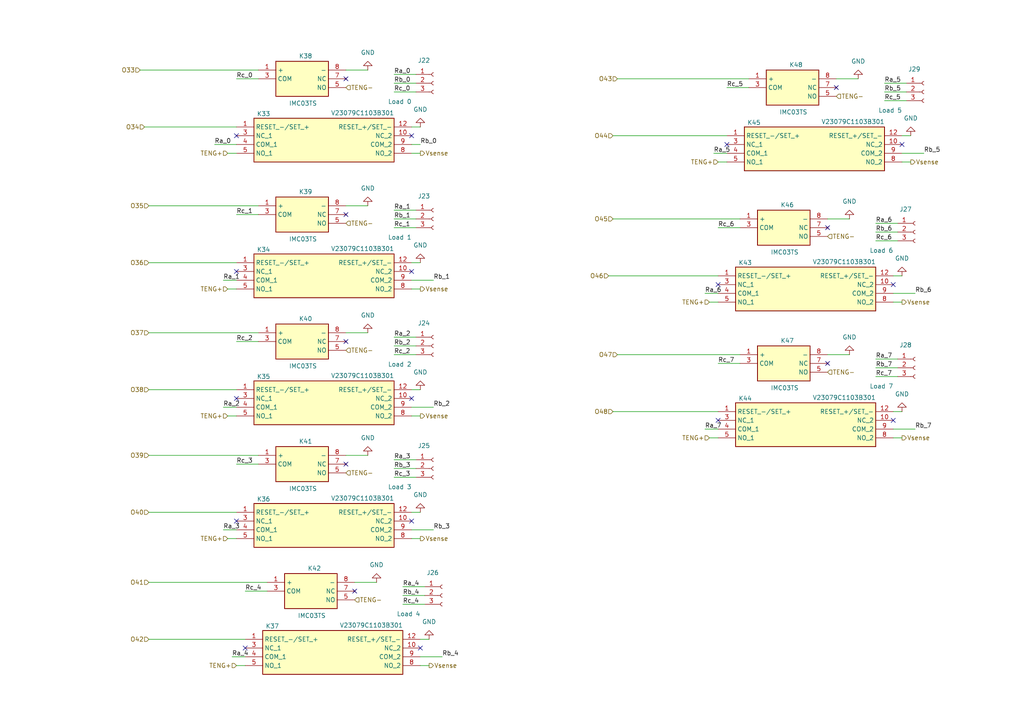
<source format=kicad_sch>
(kicad_sch (version 20231120) (generator "eeschema") (generator_version "8.0")
  (paper "A4")
  (lib_symbols
    (symbol "Connector:Conn_01x03_Socket" (pin_names (offset 1.016) hide)
      (property "Reference" "J" (at 0 5.08 0))
      (property "Value" "Conn_01x03_Socket" (at 0 -5.08 0))
      (symbol "Conn_01x03_Socket_1_1"
        (arc (start 0 -2.032) (mid -0.5058 -2.54) (end 0 -3.048) (stroke (width 0.1524)))
        (polyline (pts (xy -1.27 -2.54) (xy -0.508 -2.54)) (stroke (width 0.1524)))
        (polyline (pts (xy -1.27 0) (xy -0.508 0)) (stroke (width 0.1524)))
        (polyline (pts (xy -1.27 2.54) (xy -0.508 2.54)) (stroke (width 0.1524)))
        (arc (start 0 0.508) (mid -0.5058 0) (end 0 -0.508) (stroke (width 0.1524)))
        (arc (start 0 3.048) (mid -0.5058 2.54) (end 0 2.032) (stroke (width 0.1524)))
        (pin passive line (at -5.08 2.54 0) (length 3.81) (name "Pin_1") (number "1"))
        (pin passive line (at -5.08 0 0) (length 3.81) (name "Pin_2") (number "2"))
        (pin passive line (at -5.08 -2.54 0) (length 3.81) (name "Pin_3") (number "3"))
      )
    )
    (symbol "SamacSys_Parts:IMC03TS"
      (property "Reference" "K" (at 21.59 7.62 0))
      (property "Value" "IMC03TS" (at 21.59 5.08 0))
      (symbol "IMC03TS_1_1"
        (rectangle (start 5.08 2.54) (end 20.32 -7.62) (stroke (width 0.254)) (fill (type background)))
        (pin passive line (at 0 0 0) (length 5.08) (name "+") (number "1"))
        (pin passive line (at 0 -2.54 0) (length 5.08) (name "COM") (number "3"))
        (pin passive line (at 25.4 -5.08 180) (length 5.08) (name "NO") (number "5"))
        (pin no_connect line (at 25.4 -2.54 180) (length 5.08) (name "NC") (number "7"))
        (pin passive line (at 25.4 0 180) (length 5.08) (name "-") (number "8"))
      )
    )
    (symbol "SamacSys_Parts:V23079C1103B301"
      (property "Reference" "K" (at 46.99 7.62 0))
      (property "Value" "V23079C1103B301" (at 46.99 5.08 0))
      (symbol "V23079C1103B301_1_1"
        (rectangle (start 5.08 2.54) (end 45.72 -10.16) (stroke (width 0.254)) (fill (type background)))
        (pin passive line (at 0 0 0) (length 5.08) (name "RESET_-/SET_+") (number "1"))
        (pin passive line (at 50.8 -2.54 180) (length 5.08) (name "NC_2") (number "10"))
        (pin passive line (at 50.8 0 180) (length 5.08) (name "RESET_+/SET_-") (number "12"))
        (pin passive line (at 0 -2.54 0) (length 5.08) (name "NC_1") (number "3"))
        (pin passive line (at 0 -5.08 0) (length 5.08) (name "COM_1") (number "4"))
        (pin passive line (at 0 -7.62 0) (length 5.08) (name "NO_1") (number "5"))
        (pin passive line (at 50.8 -7.62 180) (length 5.08) (name "NO_2") (number "8"))
        (pin passive line (at 50.8 -5.08 180) (length 5.08) (name "COM_2") (number "9"))
      )
    )
    (symbol "power:GND" (power) (pin_numbers hide) (pin_names (offset 0) hide)
      (property "Value" "GND" (at 0 -3.81 0))
      (symbol "GND_0_1"
        (polyline (pts (xy 0 0) (xy 0 -1.27) (xy 1.27 -1.27) (xy 0 -2.54) (xy -1.27 -1.27) (xy 0 -1.27)))
      )
      (symbol "GND_1_1"
        (pin power_in line (at 0 0 270) (length 0) (name "~") (number "1"))
      )
    )
  )
  (no_connect (at 208.28 82.55))
  (no_connect (at 102.87 171.45))
  (no_connect (at 121.92 187.96))
  (no_connect (at 119.38 115.57))
  (no_connect (at 68.58 78.74))
  (no_connect (at 242.57 25.4))
  (no_connect (at 119.38 151.13))
  (no_connect (at 100.33 134.62))
  (no_connect (at 68.58 39.37))
  (no_connect (at 100.33 22.86))
  (no_connect (at 259.08 82.55))
  (no_connect (at 71.12 187.96))
  (no_connect (at 259.08 121.92))
  (no_connect (at 208.28 121.92))
  (no_connect (at 100.33 62.23))
  (no_connect (at 240.03 66.04))
  (no_connect (at 68.58 115.57))
  (no_connect (at 210.82 41.91))
  (no_connect (at 240.03 105.41))
  (no_connect (at 119.38 78.74))
  (no_connect (at 261.62 41.91))
  (no_connect (at 68.58 151.13))
  (no_connect (at 100.33 99.06))
  (no_connect (at 119.38 39.37))
  (wire (pts (xy 66.04 44.45) (xy 68.58 44.45)))
  (wire (pts (xy 106.68 59.69) (xy 100.33 59.69)))
  (wire (pts (xy 208.28 105.41) (xy 214.63 105.41)))
  (wire (pts (xy 246.38 102.87) (xy 240.03 102.87)))
  (wire (pts (xy 121.92 76.2) (xy 119.38 76.2)))
  (wire (pts (xy 119.38 81.28) (xy 125.73 81.28)))
  (wire (pts (xy 254 67.31) (xy 260.35 67.31)))
  (wire (pts (xy 114.3 102.87) (xy 120.65 102.87)))
  (wire (pts (xy 254 106.68) (xy 260.35 106.68)))
  (wire (pts (xy 64.77 118.11) (xy 68.58 118.11)))
  (wire (pts (xy 121.92 156.21) (xy 119.38 156.21)))
  (wire (pts (xy 246.38 63.5) (xy 240.03 63.5)))
  (wire (pts (xy 114.3 135.89) (xy 120.65 135.89)))
  (wire (pts (xy 124.46 193.04) (xy 121.92 193.04)))
  (wire (pts (xy 66.04 120.65) (xy 68.58 120.65)))
  (wire (pts (xy 179.07 22.86) (xy 217.17 22.86)))
  (wire (pts (xy 43.18 148.59) (xy 68.58 148.59)))
  (wire (pts (xy 114.3 97.79) (xy 120.65 97.79)))
  (wire (pts (xy 254 109.22) (xy 260.35 109.22)))
  (wire (pts (xy 119.38 118.11) (xy 125.73 118.11)))
  (wire (pts (xy 208.28 46.99) (xy 210.82 46.99)))
  (wire (pts (xy 248.92 22.86) (xy 242.57 22.86)))
  (wire (pts (xy 114.3 100.33) (xy 120.65 100.33)))
  (wire (pts (xy 43.18 59.69) (xy 74.93 59.69)))
  (wire (pts (xy 204.47 85.09) (xy 208.28 85.09)))
  (wire (pts (xy 177.8 119.38) (xy 208.28 119.38)))
  (wire (pts (xy 114.3 60.96) (xy 120.65 60.96)))
  (wire (pts (xy 121.92 120.65) (xy 119.38 120.65)))
  (wire (pts (xy 116.84 175.26) (xy 123.19 175.26)))
  (wire (pts (xy 261.62 80.01) (xy 259.08 80.01)))
  (wire (pts (xy 119.38 153.67) (xy 125.73 153.67)))
  (wire (pts (xy 114.3 26.67) (xy 120.65 26.67)))
  (wire (pts (xy 114.3 138.43) (xy 120.65 138.43)))
  (wire (pts (xy 68.58 193.04) (xy 71.12 193.04)))
  (wire (pts (xy 106.68 20.32) (xy 100.33 20.32)))
  (wire (pts (xy 121.92 83.82) (xy 119.38 83.82)))
  (wire (pts (xy 40.64 20.32) (xy 74.93 20.32)))
  (wire (pts (xy 43.18 96.52) (xy 74.93 96.52)))
  (wire (pts (xy 121.92 148.59) (xy 119.38 148.59)))
  (wire (pts (xy 207.01 44.45) (xy 210.82 44.45)))
  (wire (pts (xy 205.74 127) (xy 208.28 127)))
  (wire (pts (xy 121.92 190.5) (xy 128.27 190.5)))
  (wire (pts (xy 205.74 87.63) (xy 208.28 87.63)))
  (wire (pts (xy 177.8 63.5) (xy 214.63 63.5)))
  (wire (pts (xy 109.22 168.91) (xy 102.87 168.91)))
  (wire (pts (xy 43.18 168.91) (xy 77.47 168.91)))
  (wire (pts (xy 256.54 29.21) (xy 262.89 29.21)))
  (wire (pts (xy 121.92 41.91) (xy 119.38 41.91)))
  (wire (pts (xy 68.58 99.06) (xy 74.93 99.06)))
  (wire (pts (xy 68.58 134.62) (xy 74.93 134.62)))
  (wire (pts (xy 124.46 185.42) (xy 121.92 185.42)))
  (wire (pts (xy 259.08 85.09) (xy 265.43 85.09)))
  (wire (pts (xy 121.92 44.45) (xy 119.38 44.45)))
  (wire (pts (xy 114.3 63.5) (xy 120.65 63.5)))
  (wire (pts (xy 43.18 132.08) (xy 74.93 132.08)))
  (wire (pts (xy 261.62 44.45) (xy 267.97 44.45)))
  (wire (pts (xy 261.62 119.38) (xy 259.08 119.38)))
  (wire (pts (xy 256.54 24.13) (xy 262.89 24.13)))
  (wire (pts (xy 261.62 127) (xy 259.08 127)))
  (wire (pts (xy 66.04 156.21) (xy 68.58 156.21)))
  (wire (pts (xy 264.16 39.37) (xy 261.62 39.37)))
  (wire (pts (xy 43.18 185.42) (xy 71.12 185.42)))
  (wire (pts (xy 67.31 190.5) (xy 71.12 190.5)))
  (wire (pts (xy 43.18 113.03) (xy 68.58 113.03)))
  (wire (pts (xy 116.84 172.72) (xy 123.19 172.72)))
  (wire (pts (xy 121.92 113.03) (xy 119.38 113.03)))
  (wire (pts (xy 254 104.14) (xy 260.35 104.14)))
  (wire (pts (xy 116.84 170.18) (xy 123.19 170.18)))
  (wire (pts (xy 114.3 24.13) (xy 120.65 24.13)))
  (wire (pts (xy 254 64.77) (xy 260.35 64.77)))
  (wire (pts (xy 68.58 62.23) (xy 74.93 62.23)))
  (wire (pts (xy 66.04 83.82) (xy 68.58 83.82)))
  (wire (pts (xy 121.92 36.83) (xy 119.38 36.83)))
  (wire (pts (xy 254 69.85) (xy 260.35 69.85)))
  (wire (pts (xy 259.08 124.46) (xy 265.43 124.46)))
  (wire (pts (xy 204.47 124.46) (xy 208.28 124.46)))
  (wire (pts (xy 114.3 21.59) (xy 120.65 21.59)))
  (wire (pts (xy 64.77 81.28) (xy 68.58 81.28)))
  (wire (pts (xy 43.18 76.2) (xy 68.58 76.2)))
  (wire (pts (xy 62.23 41.91) (xy 68.58 41.91)))
  (wire (pts (xy 106.68 132.08) (xy 100.33 132.08)))
  (wire (pts (xy 177.8 39.37) (xy 210.82 39.37)))
  (wire (pts (xy 256.54 26.67) (xy 262.89 26.67)))
  (wire (pts (xy 106.68 96.52) (xy 100.33 96.52)))
  (wire (pts (xy 176.53 80.01) (xy 208.28 80.01)))
  (wire (pts (xy 261.62 87.63) (xy 259.08 87.63)))
  (wire (pts (xy 41.91 36.83) (xy 68.58 36.83)))
  (wire (pts (xy 71.12 171.45) (xy 77.47 171.45)))
  (wire (pts (xy 68.58 22.86) (xy 74.93 22.86)))
  (wire (pts (xy 179.07 102.87) (xy 214.63 102.87)))
  (wire (pts (xy 64.77 153.67) (xy 68.58 153.67)))
  (wire (pts (xy 264.16 46.99) (xy 261.62 46.99)))
  (wire (pts (xy 114.3 133.35) (xy 120.65 133.35)))
  (wire (pts (xy 210.82 25.4) (xy 217.17 25.4)))
  (wire (pts (xy 114.3 66.04) (xy 120.65 66.04)))
  (wire (pts (xy 208.28 66.04) (xy 214.63 66.04)))
  (label "Ra_4" (at 67.31 190.5 0))
  (label "Rc_3" (at 114.3 138.43 0))
  (label "Rc_7" (at 208.28 105.41 0))
  (label "Ra_1" (at 64.77 81.28 0))
  (label "Ra_1" (at 114.3 60.96 0))
  (label "Ra_7" (at 204.47 124.46 0))
  (label "Rc_2" (at 68.58 99.06 0))
  (label "Rb_3" (at 114.3 135.89 0))
  (label "Rb_2" (at 125.73 118.11 0))
  (label "Rb_1" (at 125.73 81.28 0))
  (label "Ra_6" (at 254 64.77 0))
  (label "Ra_4" (at 116.84 170.18 0))
  (label "Rc_6" (at 254 69.85 0))
  (label "Rc_3" (at 68.58 134.62 0))
  (label "Ra_2" (at 64.77 118.11 0))
  (label "Rb_7" (at 254 106.68 0))
  (label "Rc_4" (at 71.12 171.45 0))
  (label "Rc_0" (at 114.3 26.67 0))
  (label "Rb_6" (at 254 67.31 0))
  (label "Rc_6" (at 208.28 66.04 0))
  (label "Rc_7" (at 254 109.22 0))
  (label "Ra_6" (at 204.47 85.09 0))
  (label "Ra_2" (at 114.3 97.79 0))
  (label "Rb_0" (at 114.3 24.13 0))
  (label "Ra_5" (at 207.01 44.45 0))
  (label "Ra_3" (at 64.77 153.67 0))
  (label "Rb_1" (at 114.3 63.5 0))
  (label "Rb_4" (at 128.27 190.5 0))
  (label "Rc_1" (at 114.3 66.04 0))
  (label "Rc_4" (at 116.84 175.26 0))
  (label "Rb_5" (at 256.54 26.67 0))
  (label "Ra_0" (at 62.23 41.91 0))
  (label "Ra_3" (at 114.3 133.35 0))
  (label "Rb_0" (at 121.92 41.91 0))
  (label "Rb_4" (at 116.84 172.72 0))
  (label "Rb_2" (at 114.3 100.33 0))
  (label "Rb_7" (at 265.43 124.46 0))
  (label "Ra_5" (at 256.54 24.13 0))
  (label "Rc_2" (at 114.3 102.87 0))
  (label "Rb_3" (at 125.73 153.67 0))
  (label "Rc_5" (at 210.82 25.4 0))
  (label "Rc_5" (at 256.54 29.21 0))
  (label "Ra_7" (at 254 104.14 0))
  (label "Rc_0" (at 68.58 22.86 0))
  (label "Rc_1" (at 68.58 62.23 0))
  (label "Rb_6" (at 265.43 85.09 0))
  (label "Ra_0" (at 114.3 21.59 0))
  (label "Rb_5" (at 267.97 44.45 0))
  (hierarchical_label "O34" (shape input) (at 41.91 36.83 180))
  (hierarchical_label "TENG+" (shape input) (at 66.04 120.65 180))
  (hierarchical_label "O39" (shape input) (at 43.18 132.08 180))
  (hierarchical_label "O44" (shape input) (at 177.8 39.37 180))
  (hierarchical_label "O42" (shape input) (at 43.18 185.42 180))
  (hierarchical_label "TENG+" (shape input) (at 66.04 44.45 180))
  (hierarchical_label "TENG-" (shape input) (at 100.33 137.16 0))
  (hierarchical_label "O36" (shape input) (at 43.18 76.2 180))
  (hierarchical_label "O37" (shape input) (at 43.18 96.52 180))
  (hierarchical_label "O35" (shape input) (at 43.18 59.69 180))
  (hierarchical_label "Vsense" (shape output) (at 264.16 46.99 0))
  (hierarchical_label "Vsense" (shape output) (at 121.92 156.21 0))
  (hierarchical_label "TENG-" (shape input) (at 100.33 64.77 0))
  (hierarchical_label "TENG+" (shape input) (at 66.04 156.21 180))
  (hierarchical_label "TENG-" (shape input) (at 240.03 68.58 0))
  (hierarchical_label "O38" (shape input) (at 43.18 113.03 180))
  (hierarchical_label "O48" (shape input) (at 177.8 119.38 180))
  (hierarchical_label "O41" (shape input) (at 43.18 168.91 180))
  (hierarchical_label "O43" (shape input) (at 179.07 22.86 180))
  (hierarchical_label "TENG-" (shape input) (at 240.03 107.95 0))
  (hierarchical_label "Vsense" (shape output) (at 121.92 44.45 0))
  (hierarchical_label "TENG-" (shape input) (at 100.33 25.4 0))
  (hierarchical_label "Vsense" (shape output) (at 121.92 120.65 0))
  (hierarchical_label "O47" (shape input) (at 179.07 102.87 180))
  (hierarchical_label "TENG-" (shape input) (at 242.57 27.94 0))
  (hierarchical_label "TENG+" (shape input) (at 66.04 83.82 180))
  (hierarchical_label "O46" (shape input) (at 176.53 80.01 180))
  (hierarchical_label "TENG+" (shape input) (at 205.74 127 180))
  (hierarchical_label "O40" (shape input) (at 43.18 148.59 180))
  (hierarchical_label "Vsense" (shape output) (at 261.62 87.63 0))
  (hierarchical_label "Vsense" (shape output) (at 121.92 83.82 0))
  (hierarchical_label "Vsense" (shape output) (at 261.62 127 0))
  (hierarchical_label "TENG+" (shape input) (at 68.58 193.04 180))
  (hierarchical_label "TENG+" (shape input) (at 205.74 87.63 180))
  (hierarchical_label "TENG-" (shape input) (at 100.33 101.6 0))
  (hierarchical_label "O45" (shape input) (at 177.8 63.5 180))
  (hierarchical_label "Vsense" (shape output) (at 124.46 193.04 0))
  (hierarchical_label "TENG+" (shape input) (at 208.28 46.99 180))
  (hierarchical_label "O33" (shape input) (at 40.64 20.32 180))
  (hierarchical_label "TENG-" (shape input) (at 102.87 173.99 0))
  (symbol (lib_id "power:GND") (at 121.92 113.03 0) (mirror x) (unit 1)
    (property "Reference" "#PWR064" (effects (hide yes)))
    (property "Value" "GND" (at 121.92 107.95 0))
    (property "Description" "Power symbol creates a global label with name \"GND\" , ground" (effects (hide yes)))
  )
  (symbol (lib_id "power:GND") (at 106.68 20.32 0) (mirror x) (unit 1)
    (property "Reference" "#PWR057" (effects (hide yes)))
    (property "Value" "GND" (at 106.68 15.24 0))
    (property "Description" "Power symbol creates a global label with name \"GND\" , ground" (effects (hide yes)))
  )
  (symbol (lib_id "SamacSys_Parts:V23079C1103B301") (at 68.58 76.2 0) (unit 1)
    (property "Reference" "K34" (at 76.454 72.39 0))
    (property "Value" "V23079C1103B301" (at 105.156 72.136 0))
    (property "Footprint" "SamacSys_Parts:V23079A1001B301" (effects (hide yes)))
    (property "Datasheet" "https://www.te.com/commerce/DocumentDelivery/DDEController?Action=showdoc&DocId=Specification+Or+Standard%7F108-98002%7FZ5%7Fpdf%7FEnglish%7FENG_SS_108-98002_Z5.pdf%7F4-1393788-8" (effects (hide yes)))
    (property "Description" "Relay,signal,PCB,DPDT,2A,12Vdc,latching" (effects (hide yes)))
    (property "Height" "9" (effects (hide yes)))
    (property "Manufacturer_Name" "TE Connectivity" (effects (hide yes)))
    (property "Manufacturer_Part_Number" "V23079C1103B301" (effects (hide yes)))
    (property "Mouser Part Number" "655-V23079C1103B301" (effects (hide yes)))
    (property "Mouser Price/Stock" "https://www.mouser.co.uk/ProductDetail/TE-Connectivity-PB/V23079C1103B301?qs=CNrsY6Bml5mJjfpRR1yORw%3D%3D" (effects (hide yes)))
    (property "Arrow Part Number" "V23079C1103B301" (effects (hide yes)))
    (property "Arrow Price/Stock" "https://www.arrow.com/en/products/v23079c1103b301/te-connectivity?region=nac" (effects (hide yes)))
  )
  (symbol (lib_id "power:GND") (at 261.62 80.01 0) (mirror x) (unit 1)
    (property "Reference" "#PWR070" (effects (hide yes)))
    (property "Value" "GND" (at 261.62 74.93 0))
    (property "Description" "Power symbol creates a global label with name \"GND\" , ground" (effects (hide yes)))
  )
  (symbol (lib_id "SamacSys_Parts:V23079C1103B301") (at 71.12 185.42 0) (unit 1)
    (property "Reference" "K37" (at 78.994 181.61 0))
    (property "Value" "V23079C1103B301" (at 107.696 181.356 0))
    (property "Footprint" "SamacSys_Parts:V23079A1001B301" (effects (hide yes)))
    (property "Datasheet" "https://www.te.com/commerce/DocumentDelivery/DDEController?Action=showdoc&DocId=Specification+Or+Standard%7F108-98002%7FZ5%7Fpdf%7FEnglish%7FENG_SS_108-98002_Z5.pdf%7F4-1393788-8" (effects (hide yes)))
    (property "Description" "Relay,signal,PCB,DPDT,2A,12Vdc,latching" (effects (hide yes)))
    (property "Height" "9" (effects (hide yes)))
    (property "Manufacturer_Name" "TE Connectivity" (effects (hide yes)))
    (property "Manufacturer_Part_Number" "V23079C1103B301" (effects (hide yes)))
    (property "Mouser Part Number" "655-V23079C1103B301" (effects (hide yes)))
    (property "Mouser Price/Stock" "https://www.mouser.co.uk/ProductDetail/TE-Connectivity-PB/V23079C1103B301?qs=CNrsY6Bml5mJjfpRR1yORw%3D%3D" (effects (hide yes)))
    (property "Arrow Part Number" "V23079C1103B301" (effects (hide yes)))
    (property "Arrow Price/Stock" "https://www.arrow.com/en/products/v23079c1103b301/te-connectivity?region=nac" (effects (hide yes)))
  )
  (symbol (lib_id "SamacSys_Parts:V23079C1103B301") (at 208.28 119.38 0) (unit 1)
    (property "Reference" "K44" (at 216.154 115.57 0))
    (property "Value" "V23079C1103B301" (at 244.856 115.316 0))
    (property "Footprint" "SamacSys_Parts:V23079A1001B301" (effects (hide yes)))
    (property "Datasheet" "https://www.te.com/commerce/DocumentDelivery/DDEController?Action=showdoc&DocId=Specification+Or+Standard%7F108-98002%7FZ5%7Fpdf%7FEnglish%7FENG_SS_108-98002_Z5.pdf%7F4-1393788-8" (effects (hide yes)))
    (property "Description" "Relay,signal,PCB,DPDT,2A,12Vdc,latching" (effects (hide yes)))
    (property "Height" "9" (effects (hide yes)))
    (property "Manufacturer_Name" "TE Connectivity" (effects (hide yes)))
    (property "Manufacturer_Part_Number" "V23079C1103B301" (effects (hide yes)))
    (property "Mouser Part Number" "655-V23079C1103B301" (effects (hide yes)))
    (property "Mouser Price/Stock" "https://www.mouser.co.uk/ProductDetail/TE-Connectivity-PB/V23079C1103B301?qs=CNrsY6Bml5mJjfpRR1yORw%3D%3D" (effects (hide yes)))
    (property "Arrow Part Number" "V23079C1103B301" (effects (hide yes)))
    (property "Arrow Price/Stock" "https://www.arrow.com/en/products/v23079c1103b301/te-connectivity?region=nac" (effects (hide yes)))
  )
  (symbol (lib_id "power:GND") (at 106.68 59.69 0) (mirror x) (unit 1)
    (property "Reference" "#PWR058" (effects (hide yes)))
    (property "Value" "GND" (at 106.68 54.61 0))
    (property "Description" "Power symbol creates a global label with name \"GND\" , ground" (effects (hide yes)))
  )
  (symbol (lib_id "power:GND") (at 264.16 39.37 0) (mirror x) (unit 1)
    (property "Reference" "#PWR072" (effects (hide yes)))
    (property "Value" "GND" (at 264.16 34.29 0))
    (property "Description" "Power symbol creates a global label with name \"GND\" , ground" (effects (hide yes)))
  )
  (symbol (lib_id "power:GND") (at 121.92 148.59 0) (mirror x) (unit 1)
    (property "Reference" "#PWR065" (effects (hide yes)))
    (property "Value" "GND" (at 121.92 143.51 0))
    (property "Description" "Power symbol creates a global label with name \"GND\" , ground" (effects (hide yes)))
  )
  (symbol (lib_id "power:GND") (at 124.46 185.42 0) (mirror x) (unit 1)
    (property "Reference" "#PWR066" (effects (hide yes)))
    (property "Value" "GND" (at 124.46 180.34 0))
    (property "Description" "Power symbol creates a global label with name \"GND\" , ground" (effects (hide yes)))
  )
  (symbol (lib_id "Connector:Conn_01x03_Socket") (at 265.43 67.31 0) (unit 1)
    (property "Reference" "J27" (at 260.858 60.706 0) (effects (justify left)))
    (property "Value" "Load 6" (at 252.222 72.644 0) (effects (justify left)))
    (property "Footprint" "Connector_PinHeader_2.54mm:PinHeader_1x03_P2.54mm_Vertical" (effects (hide yes)))
    (property "Description" "Generic connector, single row, 01x03, script generated" (effects (hide yes)))
  )
  (symbol (lib_id "Connector:Conn_01x03_Socket") (at 125.73 100.33 0) (unit 1)
    (property "Reference" "J24" (at 121.158 93.726 0) (effects (justify left)))
    (property "Value" "Load 2" (at 112.522 105.664 0) (effects (justify left)))
    (property "Footprint" "Connector_PinHeader_2.54mm:PinHeader_1x03_P2.54mm_Vertical" (effects (hide yes)))
    (property "Description" "Generic connector, single row, 01x03, script generated" (effects (hide yes)))
  )
  (symbol (lib_id "power:GND") (at 246.38 63.5 0) (mirror x) (unit 1)
    (property "Reference" "#PWR067" (effects (hide yes)))
    (property "Value" "GND" (at 246.38 58.42 0))
    (property "Description" "Power symbol creates a global label with name \"GND\" , ground" (effects (hide yes)))
  )
  (symbol (lib_id "SamacSys_Parts:IMC03TS") (at 74.93 20.32 0) (unit 1)
    (property "Reference" "K38" (at 88.646 16.256 0))
    (property "Value" "IMC03TS" (at 87.884 29.972 0))
    (property "Footprint" "SamacSys_Parts:IMC03TS" (effects (hide yes)))
    (property "Datasheet" "https://componentsearchengine.com/Datasheets/1/IMC03TS.pdf" (effects (hide yes)))
    (property "Description" "TE CONNECTIVITY - IMC03TS - RELAY, SIGNAL, SPDT, 30VDC, 2A" (effects (hide yes)))
    (property "Height" "5" (effects (hide yes)))
    (property "Manufacturer_Name" "TE Connectivity" (effects (hide yes)))
    (property "Manufacturer_Part_Number" "IMC03TS" (effects (hide yes)))
    (property "Mouser Part Number" "655-IMC03TS" (effects (hide yes)))
    (property "Mouser Price/Stock" "https://www.mouser.co.uk/ProductDetail/TE-Connectivity/IMC03TS?qs=cjQ5B1jJSzR1ZiTl5Tzf3w%3D%3D" (effects (hide yes)))
    (property "Arrow Part Number" "IMC03TS" (effects (hide yes)))
    (property "Arrow Price/Stock" "https://www.arrow.com/en/products/imc03ts/te-connectivity?region=nac" (effects (hide yes)))
  )
  (symbol (lib_id "SamacSys_Parts:V23079C1103B301") (at 68.58 148.59 0) (unit 1)
    (property "Reference" "K36" (at 76.454 144.78 0))
    (property "Value" "V23079C1103B301" (at 105.156 144.526 0))
    (property "Footprint" "SamacSys_Parts:V23079A1001B301" (effects (hide yes)))
    (property "Datasheet" "https://www.te.com/commerce/DocumentDelivery/DDEController?Action=showdoc&DocId=Specification+Or+Standard%7F108-98002%7FZ5%7Fpdf%7FEnglish%7FENG_SS_108-98002_Z5.pdf%7F4-1393788-8" (effects (hide yes)))
    (property "Description" "Relay,signal,PCB,DPDT,2A,12Vdc,latching" (effects (hide yes)))
    (property "Height" "9" (effects (hide yes)))
    (property "Manufacturer_Name" "TE Connectivity" (effects (hide yes)))
    (property "Manufacturer_Part_Number" "V23079C1103B301" (effects (hide yes)))
    (property "Mouser Part Number" "655-V23079C1103B301" (effects (hide yes)))
    (property "Mouser Price/Stock" "https://www.mouser.co.uk/ProductDetail/TE-Connectivity-PB/V23079C1103B301?qs=CNrsY6Bml5mJjfpRR1yORw%3D%3D" (effects (hide yes)))
    (property "Arrow Part Number" "V23079C1103B301" (effects (hide yes)))
    (property "Arrow Price/Stock" "https://www.arrow.com/en/products/v23079c1103b301/te-connectivity?region=nac" (effects (hide yes)))
  )
  (symbol (lib_id "SamacSys_Parts:IMC03TS") (at 74.93 59.69 0) (unit 1)
    (property "Reference" "K39" (at 88.646 55.626 0))
    (property "Value" "IMC03TS" (at 87.884 69.342 0))
    (property "Footprint" "SamacSys_Parts:IMC03TS" (effects (hide yes)))
    (property "Datasheet" "https://componentsearchengine.com/Datasheets/1/IMC03TS.pdf" (effects (hide yes)))
    (property "Description" "TE CONNECTIVITY - IMC03TS - RELAY, SIGNAL, SPDT, 30VDC, 2A" (effects (hide yes)))
    (property "Height" "5" (effects (hide yes)))
    (property "Manufacturer_Name" "TE Connectivity" (effects (hide yes)))
    (property "Manufacturer_Part_Number" "IMC03TS" (effects (hide yes)))
    (property "Mouser Part Number" "655-IMC03TS" (effects (hide yes)))
    (property "Mouser Price/Stock" "https://www.mouser.co.uk/ProductDetail/TE-Connectivity/IMC03TS?qs=cjQ5B1jJSzR1ZiTl5Tzf3w%3D%3D" (effects (hide yes)))
    (property "Arrow Part Number" "IMC03TS" (effects (hide yes)))
    (property "Arrow Price/Stock" "https://www.arrow.com/en/products/imc03ts/te-connectivity?region=nac" (effects (hide yes)))
  )
  (symbol (lib_id "Connector:Conn_01x03_Socket") (at 128.27 172.72 0) (unit 1)
    (property "Reference" "J26" (at 123.698 166.116 0) (effects (justify left)))
    (property "Value" "Load 4" (at 115.062 178.054 0) (effects (justify left)))
    (property "Footprint" "Connector_PinHeader_2.54mm:PinHeader_1x03_P2.54mm_Vertical" (effects (hide yes)))
    (property "Description" "Generic connector, single row, 01x03, script generated" (effects (hide yes)))
  )
  (symbol (lib_id "power:GND") (at 106.68 96.52 0) (mirror x) (unit 1)
    (property "Reference" "#PWR059" (effects (hide yes)))
    (property "Value" "GND" (at 106.68 91.44 0))
    (property "Description" "Power symbol creates a global label with name \"GND\" , ground" (effects (hide yes)))
  )
  (symbol (lib_id "power:GND") (at 109.22 168.91 0) (mirror x) (unit 1)
    (property "Reference" "#PWR061" (effects (hide yes)))
    (property "Value" "GND" (at 109.22 163.83 0))
    (property "Description" "Power symbol creates a global label with name \"GND\" , ground" (effects (hide yes)))
  )
  (symbol (lib_id "SamacSys_Parts:V23079C1103B301") (at 210.82 39.37 0) (unit 1)
    (property "Reference" "K45" (at 218.694 35.56 0))
    (property "Value" "V23079C1103B301" (at 247.396 35.306 0))
    (property "Footprint" "SamacSys_Parts:V23079A1001B301" (effects (hide yes)))
    (property "Datasheet" "https://www.te.com/commerce/DocumentDelivery/DDEController?Action=showdoc&DocId=Specification+Or+Standard%7F108-98002%7FZ5%7Fpdf%7FEnglish%7FENG_SS_108-98002_Z5.pdf%7F4-1393788-8" (effects (hide yes)))
    (property "Description" "Relay,signal,PCB,DPDT,2A,12Vdc,latching" (effects (hide yes)))
    (property "Height" "9" (effects (hide yes)))
    (property "Manufacturer_Name" "TE Connectivity" (effects (hide yes)))
    (property "Manufacturer_Part_Number" "V23079C1103B301" (effects (hide yes)))
    (property "Mouser Part Number" "655-V23079C1103B301" (effects (hide yes)))
    (property "Mouser Price/Stock" "https://www.mouser.co.uk/ProductDetail/TE-Connectivity-PB/V23079C1103B301?qs=CNrsY6Bml5mJjfpRR1yORw%3D%3D" (effects (hide yes)))
    (property "Arrow Part Number" "V23079C1103B301" (effects (hide yes)))
    (property "Arrow Price/Stock" "https://www.arrow.com/en/products/v23079c1103b301/te-connectivity?region=nac" (effects (hide yes)))
  )
  (symbol (lib_id "SamacSys_Parts:IMC03TS") (at 74.93 96.52 0) (unit 1)
    (property "Reference" "K40" (at 88.646 92.456 0))
    (property "Value" "IMC03TS" (at 87.884 106.172 0))
    (property "Footprint" "SamacSys_Parts:IMC03TS" (effects (hide yes)))
    (property "Datasheet" "https://componentsearchengine.com/Datasheets/1/IMC03TS.pdf" (effects (hide yes)))
    (property "Description" "TE CONNECTIVITY - IMC03TS - RELAY, SIGNAL, SPDT, 30VDC, 2A" (effects (hide yes)))
    (property "Height" "5" (effects (hide yes)))
    (property "Manufacturer_Name" "TE Connectivity" (effects (hide yes)))
    (property "Manufacturer_Part_Number" "IMC03TS" (effects (hide yes)))
    (property "Mouser Part Number" "655-IMC03TS" (effects (hide yes)))
    (property "Mouser Price/Stock" "https://www.mouser.co.uk/ProductDetail/TE-Connectivity/IMC03TS?qs=cjQ5B1jJSzR1ZiTl5Tzf3w%3D%3D" (effects (hide yes)))
    (property "Arrow Part Number" "IMC03TS" (effects (hide yes)))
    (property "Arrow Price/Stock" "https://www.arrow.com/en/products/imc03ts/te-connectivity?region=nac" (effects (hide yes)))
  )
  (symbol (lib_id "SamacSys_Parts:V23079C1103B301") (at 208.28 80.01 0) (unit 1)
    (property "Reference" "K43" (at 216.154 76.2 0))
    (property "Value" "V23079C1103B301" (at 244.856 75.946 0))
    (property "Footprint" "SamacSys_Parts:V23079A1001B301" (effects (hide yes)))
    (property "Datasheet" "https://www.te.com/commerce/DocumentDelivery/DDEController?Action=showdoc&DocId=Specification+Or+Standard%7F108-98002%7FZ5%7Fpdf%7FEnglish%7FENG_SS_108-98002_Z5.pdf%7F4-1393788-8" (effects (hide yes)))
    (property "Description" "Relay,signal,PCB,DPDT,2A,12Vdc,latching" (effects (hide yes)))
    (property "Height" "9" (effects (hide yes)))
    (property "Manufacturer_Name" "TE Connectivity" (effects (hide yes)))
    (property "Manufacturer_Part_Number" "V23079C1103B301" (effects (hide yes)))
    (property "Mouser Part Number" "655-V23079C1103B301" (effects (hide yes)))
    (property "Mouser Price/Stock" "https://www.mouser.co.uk/ProductDetail/TE-Connectivity-PB/V23079C1103B301?qs=CNrsY6Bml5mJjfpRR1yORw%3D%3D" (effects (hide yes)))
    (property "Arrow Part Number" "V23079C1103B301" (effects (hide yes)))
    (property "Arrow Price/Stock" "https://www.arrow.com/en/products/v23079c1103b301/te-connectivity?region=nac" (effects (hide yes)))
  )
  (symbol (lib_id "power:GND") (at 248.92 22.86 0) (mirror x) (unit 1)
    (property "Reference" "#PWR069" (effects (hide yes)))
    (property "Value" "GND" (at 248.92 17.78 0))
    (property "Description" "Power symbol creates a global label with name \"GND\" , ground" (effects (hide yes)))
  )
  (symbol (lib_id "power:GND") (at 246.38 102.87 0) (mirror x) (unit 1)
    (property "Reference" "#PWR068" (effects (hide yes)))
    (property "Value" "GND" (at 246.38 97.79 0))
    (property "Description" "Power symbol creates a global label with name \"GND\" , ground" (effects (hide yes)))
  )
  (symbol (lib_id "Connector:Conn_01x03_Socket") (at 265.43 106.68 0) (unit 1)
    (property "Reference" "J28" (at 260.858 100.076 0) (effects (justify left)))
    (property "Value" "Load 7" (at 252.222 112.014 0) (effects (justify left)))
    (property "Footprint" "Connector_PinHeader_2.54mm:PinHeader_1x03_P2.54mm_Vertical" (effects (hide yes)))
    (property "Description" "Generic connector, single row, 01x03, script generated" (effects (hide yes)))
  )
  (symbol (lib_id "SamacSys_Parts:V23079C1103B301") (at 68.58 113.03 0) (unit 1)
    (property "Reference" "K35" (at 76.454 109.22 0))
    (property "Value" "V23079C1103B301" (at 105.156 108.966 0))
    (property "Footprint" "SamacSys_Parts:V23079A1001B301" (effects (hide yes)))
    (property "Datasheet" "https://www.te.com/commerce/DocumentDelivery/DDEController?Action=showdoc&DocId=Specification+Or+Standard%7F108-98002%7FZ5%7Fpdf%7FEnglish%7FENG_SS_108-98002_Z5.pdf%7F4-1393788-8" (effects (hide yes)))
    (property "Description" "Relay,signal,PCB,DPDT,2A,12Vdc,latching" (effects (hide yes)))
    (property "Height" "9" (effects (hide yes)))
    (property "Manufacturer_Name" "TE Connectivity" (effects (hide yes)))
    (property "Manufacturer_Part_Number" "V23079C1103B301" (effects (hide yes)))
    (property "Mouser Part Number" "655-V23079C1103B301" (effects (hide yes)))
    (property "Mouser Price/Stock" "https://www.mouser.co.uk/ProductDetail/TE-Connectivity-PB/V23079C1103B301?qs=CNrsY6Bml5mJjfpRR1yORw%3D%3D" (effects (hide yes)))
    (property "Arrow Part Number" "V23079C1103B301" (effects (hide yes)))
    (property "Arrow Price/Stock" "https://www.arrow.com/en/products/v23079c1103b301/te-connectivity?region=nac" (effects (hide yes)))
  )
  (symbol (lib_id "SamacSys_Parts:IMC03TS") (at 74.93 132.08 0) (unit 1)
    (property "Reference" "K41" (at 88.646 128.016 0))
    (property "Value" "IMC03TS" (at 87.884 141.732 0))
    (property "Footprint" "SamacSys_Parts:IMC03TS" (effects (hide yes)))
    (property "Datasheet" "https://componentsearchengine.com/Datasheets/1/IMC03TS.pdf" (effects (hide yes)))
    (property "Description" "TE CONNECTIVITY - IMC03TS - RELAY, SIGNAL, SPDT, 30VDC, 2A" (effects (hide yes)))
    (property "Height" "5" (effects (hide yes)))
    (property "Manufacturer_Name" "TE Connectivity" (effects (hide yes)))
    (property "Manufacturer_Part_Number" "IMC03TS" (effects (hide yes)))
    (property "Mouser Part Number" "655-IMC03TS" (effects (hide yes)))
    (property "Mouser Price/Stock" "https://www.mouser.co.uk/ProductDetail/TE-Connectivity/IMC03TS?qs=cjQ5B1jJSzR1ZiTl5Tzf3w%3D%3D" (effects (hide yes)))
    (property "Arrow Part Number" "IMC03TS" (effects (hide yes)))
    (property "Arrow Price/Stock" "https://www.arrow.com/en/products/imc03ts/te-connectivity?region=nac" (effects (hide yes)))
  )
  (symbol (lib_id "power:GND") (at 106.68 132.08 0) (mirror x) (unit 1)
    (property "Reference" "#PWR060" (effects (hide yes)))
    (property "Value" "GND" (at 106.68 127 0))
    (property "Description" "Power symbol creates a global label with name \"GND\" , ground" (effects (hide yes)))
  )
  (symbol (lib_id "SamacSys_Parts:IMC03TS") (at 217.17 22.86 0) (unit 1)
    (property "Reference" "K48" (at 230.886 18.796 0))
    (property "Value" "IMC03TS" (at 230.124 32.512 0))
    (property "Footprint" "SamacSys_Parts:IMC03TS" (effects (hide yes)))
    (property "Datasheet" "https://componentsearchengine.com/Datasheets/1/IMC03TS.pdf" (effects (hide yes)))
    (property "Description" "TE CONNECTIVITY - IMC03TS - RELAY, SIGNAL, SPDT, 30VDC, 2A" (effects (hide yes)))
    (property "Height" "5" (effects (hide yes)))
    (property "Manufacturer_Name" "TE Connectivity" (effects (hide yes)))
    (property "Manufacturer_Part_Number" "IMC03TS" (effects (hide yes)))
    (property "Mouser Part Number" "655-IMC03TS" (effects (hide yes)))
    (property "Mouser Price/Stock" "https://www.mouser.co.uk/ProductDetail/TE-Connectivity/IMC03TS?qs=cjQ5B1jJSzR1ZiTl5Tzf3w%3D%3D" (effects (hide yes)))
    (property "Arrow Part Number" "IMC03TS" (effects (hide yes)))
    (property "Arrow Price/Stock" "https://www.arrow.com/en/products/imc03ts/te-connectivity?region=nac" (effects (hide yes)))
  )
  (symbol (lib_id "SamacSys_Parts:IMC03TS") (at 77.47 168.91 0) (unit 1)
    (property "Reference" "K42" (at 91.186 164.846 0))
    (property "Value" "IMC03TS" (at 90.424 178.562 0))
    (property "Footprint" "SamacSys_Parts:IMC03TS" (effects (hide yes)))
    (property "Datasheet" "https://componentsearchengine.com/Datasheets/1/IMC03TS.pdf" (effects (hide yes)))
    (property "Description" "TE CONNECTIVITY - IMC03TS - RELAY, SIGNAL, SPDT, 30VDC, 2A" (effects (hide yes)))
    (property "Height" "5" (effects (hide yes)))
    (property "Manufacturer_Name" "TE Connectivity" (effects (hide yes)))
    (property "Manufacturer_Part_Number" "IMC03TS" (effects (hide yes)))
    (property "Mouser Part Number" "655-IMC03TS" (effects (hide yes)))
    (property "Mouser Price/Stock" "https://www.mouser.co.uk/ProductDetail/TE-Connectivity/IMC03TS?qs=cjQ5B1jJSzR1ZiTl5Tzf3w%3D%3D" (effects (hide yes)))
    (property "Arrow Part Number" "IMC03TS" (effects (hide yes)))
    (property "Arrow Price/Stock" "https://www.arrow.com/en/products/imc03ts/te-connectivity?region=nac" (effects (hide yes)))
  )
  (symbol (lib_id "power:GND") (at 121.92 76.2 0) (mirror x) (unit 1)
    (property "Reference" "#PWR063" (effects (hide yes)))
    (property "Value" "GND" (at 121.92 71.12 0))
    (property "Description" "Power symbol creates a global label with name \"GND\" , ground" (effects (hide yes)))
  )
  (symbol (lib_id "Connector:Conn_01x03_Socket") (at 267.97 26.67 0) (unit 1)
    (property "Reference" "J29" (at 263.398 20.066 0) (effects (justify left)))
    (property "Value" "Load 5" (at 254.762 32.004 0) (effects (justify left)))
    (property "Footprint" "Connector_PinHeader_2.54mm:PinHeader_1x03_P2.54mm_Vertical" (effects (hide yes)))
    (property "Description" "Generic connector, single row, 01x03, script generated" (effects (hide yes)))
  )
  (symbol (lib_id "SamacSys_Parts:IMC03TS") (at 214.63 63.5 0) (unit 1)
    (property "Reference" "K46" (at 228.346 59.436 0))
    (property "Value" "IMC03TS" (at 227.584 73.152 0))
    (property "Footprint" "SamacSys_Parts:IMC03TS" (effects (hide yes)))
    (property "Datasheet" "https://componentsearchengine.com/Datasheets/1/IMC03TS.pdf" (effects (hide yes)))
    (property "Description" "TE CONNECTIVITY - IMC03TS - RELAY, SIGNAL, SPDT, 30VDC, 2A" (effects (hide yes)))
    (property "Height" "5" (effects (hide yes)))
    (property "Manufacturer_Name" "TE Connectivity" (effects (hide yes)))
    (property "Manufacturer_Part_Number" "IMC03TS" (effects (hide yes)))
    (property "Mouser Part Number" "655-IMC03TS" (effects (hide yes)))
    (property "Mouser Price/Stock" "https://www.mouser.co.uk/ProductDetail/TE-Connectivity/IMC03TS?qs=cjQ5B1jJSzR1ZiTl5Tzf3w%3D%3D" (effects (hide yes)))
    (property "Arrow Part Number" "IMC03TS" (effects (hide yes)))
    (property "Arrow Price/Stock" "https://www.arrow.com/en/products/imc03ts/te-connectivity?region=nac" (effects (hide yes)))
  )
  (symbol (lib_id "SamacSys_Parts:IMC03TS") (at 214.63 102.87 0) (unit 1)
    (property "Reference" "K47" (at 228.346 98.806 0))
    (property "Value" "IMC03TS" (at 227.584 112.522 0))
    (property "Footprint" "SamacSys_Parts:IMC03TS" (effects (hide yes)))
    (property "Datasheet" "https://componentsearchengine.com/Datasheets/1/IMC03TS.pdf" (effects (hide yes)))
    (property "Description" "TE CONNECTIVITY - IMC03TS - RELAY, SIGNAL, SPDT, 30VDC, 2A" (effects (hide yes)))
    (property "Height" "5" (effects (hide yes)))
    (property "Manufacturer_Name" "TE Connectivity" (effects (hide yes)))
    (property "Manufacturer_Part_Number" "IMC03TS" (effects (hide yes)))
    (property "Mouser Part Number" "655-IMC03TS" (effects (hide yes)))
    (property "Mouser Price/Stock" "https://www.mouser.co.uk/ProductDetail/TE-Connectivity/IMC03TS?qs=cjQ5B1jJSzR1ZiTl5Tzf3w%3D%3D" (effects (hide yes)))
    (property "Arrow Part Number" "IMC03TS" (effects (hide yes)))
    (property "Arrow Price/Stock" "https://www.arrow.com/en/products/imc03ts/te-connectivity?region=nac" (effects (hide yes)))
  )
  (symbol (lib_id "Connector:Conn_01x03_Socket") (at 125.73 24.13 0) (unit 1)
    (property "Reference" "J22" (at 121.158 17.526 0) (effects (justify left)))
    (property "Value" "Load 0" (at 112.522 29.464 0) (effects (justify left)))
    (property "Footprint" "Connector_PinHeader_2.54mm:PinHeader_1x03_P2.54mm_Vertical" (effects (hide yes)))
    (property "Description" "Generic connector, single row, 01x03, script generated" (effects (hide yes)))
  )
  (symbol (lib_id "SamacSys_Parts:V23079C1103B301") (at 68.58 36.83 0) (unit 1)
    (property "Reference" "K33" (at 76.454 33.02 0))
    (property "Value" "V23079C1103B301" (at 105.156 32.766 0))
    (property "Footprint" "SamacSys_Parts:V23079A1001B301" (effects (hide yes)))
    (property "Datasheet" "https://www.te.com/commerce/DocumentDelivery/DDEController?Action=showdoc&DocId=Specification+Or+Standard%7F108-98002%7FZ5%7Fpdf%7FEnglish%7FENG_SS_108-98002_Z5.pdf%7F4-1393788-8" (effects (hide yes)))
    (property "Description" "Relay,signal,PCB,DPDT,2A,12Vdc,latching" (effects (hide yes)))
    (property "Height" "9" (effects (hide yes)))
    (property "Manufacturer_Name" "TE Connectivity" (effects (hide yes)))
    (property "Manufacturer_Part_Number" "V23079C1103B301" (effects (hide yes)))
    (property "Mouser Part Number" "655-V23079C1103B301" (effects (hide yes)))
    (property "Mouser Price/Stock" "https://www.mouser.co.uk/ProductDetail/TE-Connectivity-PB/V23079C1103B301?qs=CNrsY6Bml5mJjfpRR1yORw%3D%3D" (effects (hide yes)))
    (property "Arrow Part Number" "V23079C1103B301" (effects (hide yes)))
    (property "Arrow Price/Stock" "https://www.arrow.com/en/products/v23079c1103b301/te-connectivity?region=nac" (effects (hide yes)))
  )
  (symbol (lib_id "Connector:Conn_01x03_Socket") (at 125.73 135.89 0) (unit 1)
    (property "Reference" "J25" (at 121.158 129.286 0) (effects (justify left)))
    (property "Value" "Load 3" (at 112.522 141.224 0) (effects (justify left)))
    (property "Footprint" "Connector_PinHeader_2.54mm:PinHeader_1x03_P2.54mm_Vertical" (effects (hide yes)))
    (property "Description" "Generic connector, single row, 01x03, script generated" (effects (hide yes)))
  )
  (symbol (lib_id "power:GND") (at 261.62 119.38 0) (mirror x) (unit 1)
    (property "Reference" "#PWR071" (effects (hide yes)))
    (property "Value" "GND" (at 261.62 114.3 0))
    (property "Description" "Power symbol creates a global label with name \"GND\" , ground" (effects (hide yes)))
  )
  (symbol (lib_id "power:GND") (at 121.92 36.83 0) (mirror x) (unit 1)
    (property "Reference" "#PWR062" (effects (hide yes)))
    (property "Value" "GND" (at 121.92 31.75 0))
    (property "Description" "Power symbol creates a global label with name \"GND\" , ground" (effects (hide yes)))
  )
  (symbol (lib_id "Connector:Conn_01x03_Socket") (at 125.73 63.5 0) (unit 1)
    (property "Reference" "J23" (at 121.158 56.896 0) (effects (justify left)))
    (property "Value" "Load 1" (at 112.522 68.834 0) (effects (justify left)))
    (property "Footprint" "Connector_PinHeader_2.54mm:PinHeader_1x03_P2.54mm_Vertical" (effects (hide yes)))
    (property "Description" "Generic connector, single row, 01x03, script generated" (effects (hide yes)))
  )
)
</source>
